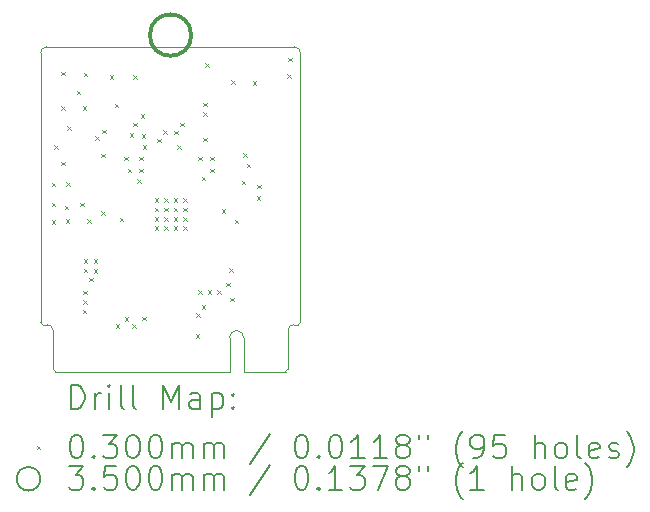
<source format=gbr>
%TF.GenerationSoftware,KiCad,Pcbnew,8.0.4*%
%TF.CreationDate,2024-09-25T00:09:03+05:30*%
%TF.ProjectId,NYSM.2_TMC2209_Stepper_driver,4e59534d-2e32-45f5-944d-43323230395f,rev?*%
%TF.SameCoordinates,Original*%
%TF.FileFunction,Drillmap*%
%TF.FilePolarity,Positive*%
%FSLAX45Y45*%
G04 Gerber Fmt 4.5, Leading zero omitted, Abs format (unit mm)*
G04 Created by KiCad (PCBNEW 8.0.4) date 2024-09-25 00:09:03*
%MOMM*%
%LPD*%
G01*
G04 APERTURE LIST*
%ADD10C,0.050000*%
%ADD11C,0.200000*%
%ADD12C,0.100000*%
%ADD13C,0.350000*%
G04 APERTURE END LIST*
D10*
X13378000Y-10390000D02*
X13378000Y-12670000D01*
X13398000Y-12690000D02*
X13433000Y-12690000D01*
X13483000Y-12740000D02*
X13483000Y-13070000D01*
X13503000Y-13090000D02*
X14978000Y-13090000D01*
X14978000Y-12800000D02*
X14978000Y-13090000D01*
X15098000Y-12800000D02*
X15098000Y-13090000D01*
X15098000Y-13090000D02*
X15453000Y-13090000D01*
X15473000Y-13070000D02*
X15473000Y-12740000D01*
X15523000Y-12690000D02*
X15558000Y-12690000D01*
X15528000Y-10340000D02*
X13428000Y-10340000D01*
X15578000Y-12670000D02*
X15578000Y-10390000D01*
X13378000Y-10390000D02*
G75*
G02*
X13428000Y-10340000I50000J0D01*
G01*
X13398000Y-12690000D02*
G75*
G02*
X13378000Y-12670000I0J20000D01*
G01*
X13433000Y-12690000D02*
G75*
G02*
X13483000Y-12740000I0J-50000D01*
G01*
X13503000Y-13090000D02*
G75*
G02*
X13483000Y-13070000I0J20000D01*
G01*
X14978000Y-12800000D02*
G75*
G02*
X15038000Y-12740000I60000J0D01*
G01*
X15038000Y-12740000D02*
G75*
G02*
X15098000Y-12800000I0J-60000D01*
G01*
X15473000Y-12740000D02*
G75*
G02*
X15523000Y-12690000I50000J0D01*
G01*
X15473000Y-13070000D02*
G75*
G02*
X15453000Y-13090000I-20000J0D01*
G01*
X15528000Y-10340000D02*
G75*
G02*
X15578000Y-10390000I0J-50000D01*
G01*
X15578000Y-12670000D02*
G75*
G02*
X15558000Y-12690000I-20000J0D01*
G01*
D11*
D12*
X13474140Y-11489920D02*
X13504140Y-11519920D01*
X13504140Y-11489920D02*
X13474140Y-11519920D01*
X13474140Y-11659920D02*
X13504140Y-11689920D01*
X13504140Y-11659920D02*
X13474140Y-11689920D01*
X13474140Y-11804920D02*
X13504140Y-11834920D01*
X13504140Y-11804920D02*
X13474140Y-11834920D01*
X13494140Y-11169920D02*
X13524140Y-11199920D01*
X13524140Y-11169920D02*
X13494140Y-11199920D01*
X13554140Y-10549920D02*
X13584140Y-10579920D01*
X13584140Y-10549920D02*
X13554140Y-10579920D01*
X13554140Y-10839920D02*
X13584140Y-10869920D01*
X13584140Y-10839920D02*
X13554140Y-10869920D01*
X13554140Y-11312920D02*
X13584140Y-11342920D01*
X13584140Y-11312920D02*
X13554140Y-11342920D01*
X13584140Y-11684920D02*
X13614140Y-11714920D01*
X13614140Y-11684920D02*
X13584140Y-11714920D01*
X13589140Y-11799920D02*
X13619140Y-11829920D01*
X13619140Y-11799920D02*
X13589140Y-11829920D01*
X13594140Y-11484920D02*
X13624140Y-11514920D01*
X13624140Y-11484920D02*
X13594140Y-11514920D01*
X13604140Y-11009920D02*
X13634140Y-11039920D01*
X13634140Y-11009920D02*
X13604140Y-11039920D01*
X13684140Y-10709920D02*
X13714140Y-10739920D01*
X13714140Y-10709920D02*
X13684140Y-10739920D01*
X13711640Y-11659920D02*
X13741640Y-11689920D01*
X13741640Y-11659920D02*
X13711640Y-11689920D01*
X13734140Y-10839920D02*
X13764140Y-10869920D01*
X13764140Y-10839920D02*
X13734140Y-10869920D01*
X13734140Y-12564920D02*
X13764140Y-12594920D01*
X13764140Y-12564920D02*
X13734140Y-12594920D01*
X13739140Y-12404920D02*
X13769140Y-12434920D01*
X13769140Y-12404920D02*
X13739140Y-12434920D01*
X13739140Y-12484920D02*
X13769140Y-12514920D01*
X13769140Y-12484920D02*
X13739140Y-12514920D01*
X13744140Y-10559920D02*
X13774140Y-10589920D01*
X13774140Y-10559920D02*
X13744140Y-10589920D01*
X13745140Y-12135920D02*
X13775140Y-12165920D01*
X13775140Y-12135920D02*
X13745140Y-12165920D01*
X13745140Y-12216920D02*
X13775140Y-12246920D01*
X13775140Y-12216920D02*
X13745140Y-12246920D01*
X13775140Y-11799920D02*
X13805140Y-11829920D01*
X13805140Y-11799920D02*
X13775140Y-11829920D01*
X13788140Y-12292920D02*
X13818140Y-12322920D01*
X13818140Y-12292920D02*
X13788140Y-12322920D01*
X13828140Y-12135920D02*
X13858140Y-12165920D01*
X13858140Y-12135920D02*
X13828140Y-12165920D01*
X13828140Y-12219920D02*
X13858140Y-12249920D01*
X13858140Y-12219920D02*
X13828140Y-12249920D01*
X13841140Y-11095920D02*
X13871140Y-11125920D01*
X13871140Y-11095920D02*
X13841140Y-11125920D01*
X13889140Y-11244920D02*
X13919140Y-11274920D01*
X13919140Y-11244920D02*
X13889140Y-11274920D01*
X13890140Y-11729920D02*
X13920140Y-11759920D01*
X13920140Y-11729920D02*
X13890140Y-11759920D01*
X13897709Y-11039351D02*
X13927709Y-11069351D01*
X13927709Y-11039351D02*
X13897709Y-11069351D01*
X13964140Y-10579920D02*
X13994140Y-10609920D01*
X13994140Y-10579920D02*
X13964140Y-10609920D01*
X14004140Y-10819920D02*
X14034140Y-10849920D01*
X14034140Y-10819920D02*
X14004140Y-10849920D01*
X14014140Y-12687920D02*
X14044140Y-12717920D01*
X14044140Y-12687920D02*
X14014140Y-12717920D01*
X14047468Y-11785160D02*
X14077468Y-11815160D01*
X14077468Y-11785160D02*
X14047468Y-11815160D01*
X14084140Y-11269920D02*
X14114140Y-11299920D01*
X14114140Y-11269920D02*
X14084140Y-11299920D01*
X14089140Y-12626920D02*
X14119140Y-12656920D01*
X14119140Y-12626920D02*
X14089140Y-12656920D01*
X14114140Y-11369920D02*
X14144140Y-11399920D01*
X14144140Y-11369920D02*
X14114140Y-11399920D01*
X14134140Y-11069920D02*
X14164140Y-11099920D01*
X14164140Y-11069920D02*
X14134140Y-11099920D01*
X14156140Y-12688920D02*
X14186140Y-12718920D01*
X14186140Y-12688920D02*
X14156140Y-12718920D01*
X14164140Y-10578920D02*
X14194140Y-10608920D01*
X14194140Y-10578920D02*
X14164140Y-10608920D01*
X14164140Y-10979920D02*
X14194140Y-11009920D01*
X14194140Y-10979920D02*
X14164140Y-11009920D01*
X14194140Y-11459920D02*
X14224140Y-11489920D01*
X14224140Y-11459920D02*
X14194140Y-11489920D01*
X14214140Y-11269920D02*
X14244140Y-11299920D01*
X14244140Y-11269920D02*
X14214140Y-11299920D01*
X14214140Y-11369920D02*
X14244140Y-11399920D01*
X14244140Y-11369920D02*
X14214140Y-11399920D01*
X14224140Y-10909920D02*
X14254140Y-10939920D01*
X14254140Y-10909920D02*
X14224140Y-10939920D01*
X14235140Y-11077920D02*
X14265140Y-11107920D01*
X14265140Y-11077920D02*
X14235140Y-11107920D01*
X14239140Y-12622920D02*
X14269140Y-12652920D01*
X14269140Y-12622920D02*
X14239140Y-12652920D01*
X14244140Y-11173420D02*
X14274140Y-11203420D01*
X14274140Y-11173420D02*
X14244140Y-11203420D01*
X14344140Y-11619920D02*
X14374140Y-11649920D01*
X14374140Y-11619920D02*
X14344140Y-11649920D01*
X14344140Y-11699920D02*
X14374140Y-11729920D01*
X14374140Y-11699920D02*
X14344140Y-11729920D01*
X14344140Y-11779920D02*
X14374140Y-11809920D01*
X14374140Y-11779920D02*
X14344140Y-11809920D01*
X14344140Y-11859920D02*
X14374140Y-11889920D01*
X14374140Y-11859920D02*
X14344140Y-11889920D01*
X14365140Y-11115920D02*
X14395140Y-11145920D01*
X14395140Y-11115920D02*
X14365140Y-11145920D01*
X14417140Y-11045920D02*
X14447140Y-11075920D01*
X14447140Y-11045920D02*
X14417140Y-11075920D01*
X14424140Y-11619920D02*
X14454140Y-11649920D01*
X14454140Y-11619920D02*
X14424140Y-11649920D01*
X14424140Y-11699920D02*
X14454140Y-11729920D01*
X14454140Y-11699920D02*
X14424140Y-11729920D01*
X14424140Y-11779920D02*
X14454140Y-11809920D01*
X14454140Y-11779920D02*
X14424140Y-11809920D01*
X14424140Y-11859920D02*
X14454140Y-11889920D01*
X14454140Y-11859920D02*
X14424140Y-11889920D01*
X14504140Y-11619920D02*
X14534140Y-11649920D01*
X14534140Y-11619920D02*
X14504140Y-11649920D01*
X14504140Y-11699920D02*
X14534140Y-11729920D01*
X14534140Y-11699920D02*
X14504140Y-11729920D01*
X14504140Y-11779920D02*
X14534140Y-11809920D01*
X14534140Y-11779920D02*
X14504140Y-11809920D01*
X14504140Y-11859920D02*
X14534140Y-11889920D01*
X14534140Y-11859920D02*
X14504140Y-11889920D01*
X14509140Y-11047920D02*
X14539140Y-11077920D01*
X14539140Y-11047920D02*
X14509140Y-11077920D01*
X14536140Y-11173920D02*
X14566140Y-11203920D01*
X14566140Y-11173920D02*
X14536140Y-11203920D01*
X14562140Y-10981920D02*
X14592140Y-11011920D01*
X14592140Y-10981920D02*
X14562140Y-11011920D01*
X14584140Y-11619920D02*
X14614140Y-11649920D01*
X14614140Y-11619920D02*
X14584140Y-11649920D01*
X14584140Y-11699920D02*
X14614140Y-11729920D01*
X14614140Y-11699920D02*
X14584140Y-11729920D01*
X14584140Y-11779920D02*
X14614140Y-11809920D01*
X14614140Y-11779920D02*
X14584140Y-11809920D01*
X14584140Y-11859920D02*
X14614140Y-11889920D01*
X14614140Y-11859920D02*
X14584140Y-11889920D01*
X14690500Y-12772245D02*
X14720500Y-12802245D01*
X14720500Y-12772245D02*
X14690500Y-12802245D01*
X14694640Y-12594496D02*
X14724640Y-12624496D01*
X14724640Y-12594496D02*
X14694640Y-12624496D01*
X14714140Y-11269920D02*
X14744140Y-11299920D01*
X14744140Y-11269920D02*
X14714140Y-11299920D01*
X14714140Y-12399920D02*
X14744140Y-12429920D01*
X14744140Y-12399920D02*
X14714140Y-12429920D01*
X14742140Y-12524920D02*
X14772140Y-12554920D01*
X14772140Y-12524920D02*
X14742140Y-12554920D01*
X14744140Y-11439920D02*
X14774140Y-11469920D01*
X14774140Y-11439920D02*
X14744140Y-11469920D01*
X14753140Y-11108920D02*
X14783140Y-11138920D01*
X14783140Y-11108920D02*
X14753140Y-11138920D01*
X14755140Y-10813920D02*
X14785140Y-10843920D01*
X14785140Y-10813920D02*
X14755140Y-10843920D01*
X14755140Y-10893920D02*
X14785140Y-10923920D01*
X14785140Y-10893920D02*
X14755140Y-10923920D01*
X14774140Y-10479920D02*
X14804140Y-10509920D01*
X14804140Y-10479920D02*
X14774140Y-10509920D01*
X14794140Y-12399920D02*
X14824140Y-12429920D01*
X14824140Y-12399920D02*
X14794140Y-12429920D01*
X14812140Y-11370920D02*
X14842140Y-11400920D01*
X14842140Y-11370920D02*
X14812140Y-11400920D01*
X14814140Y-11269920D02*
X14844140Y-11299920D01*
X14844140Y-11269920D02*
X14814140Y-11299920D01*
X14874140Y-12399920D02*
X14904140Y-12429920D01*
X14904140Y-12399920D02*
X14874140Y-12429920D01*
X14912140Y-11714920D02*
X14942140Y-11744920D01*
X14942140Y-11714920D02*
X14912140Y-11744920D01*
X14951224Y-12335201D02*
X14981224Y-12365201D01*
X14981224Y-12335201D02*
X14951224Y-12365201D01*
X14974140Y-12214920D02*
X15004140Y-12244920D01*
X15004140Y-12214920D02*
X14974140Y-12244920D01*
X14984140Y-12464920D02*
X15014140Y-12494920D01*
X15014140Y-12464920D02*
X14984140Y-12494920D01*
X14994140Y-10619920D02*
X15024140Y-10649920D01*
X15024140Y-10619920D02*
X14994140Y-10649920D01*
X15023140Y-11803920D02*
X15053140Y-11833920D01*
X15053140Y-11803920D02*
X15023140Y-11833920D01*
X15082140Y-11471169D02*
X15112140Y-11501169D01*
X15112140Y-11471169D02*
X15082140Y-11501169D01*
X15094140Y-11239920D02*
X15124140Y-11269920D01*
X15124140Y-11239920D02*
X15094140Y-11269920D01*
X15123640Y-11329920D02*
X15153640Y-11359920D01*
X15153640Y-11329920D02*
X15123640Y-11359920D01*
X15174140Y-10629920D02*
X15204140Y-10659920D01*
X15204140Y-10629920D02*
X15174140Y-10659920D01*
X15206140Y-11603920D02*
X15236140Y-11633920D01*
X15236140Y-11603920D02*
X15206140Y-11633920D01*
X15214140Y-11507920D02*
X15244140Y-11537920D01*
X15244140Y-11507920D02*
X15214140Y-11537920D01*
X15464140Y-10569920D02*
X15494140Y-10599920D01*
X15494140Y-10569920D02*
X15464140Y-10599920D01*
X15474140Y-10429920D02*
X15504140Y-10459920D01*
X15504140Y-10429920D02*
X15474140Y-10459920D01*
D13*
X14653000Y-10240000D02*
G75*
G02*
X14303000Y-10240000I-175000J0D01*
G01*
X14303000Y-10240000D02*
G75*
G02*
X14653000Y-10240000I175000J0D01*
G01*
D11*
X13636277Y-13403984D02*
X13636277Y-13203984D01*
X13636277Y-13203984D02*
X13683896Y-13203984D01*
X13683896Y-13203984D02*
X13712467Y-13213508D01*
X13712467Y-13213508D02*
X13731515Y-13232555D01*
X13731515Y-13232555D02*
X13741039Y-13251603D01*
X13741039Y-13251603D02*
X13750562Y-13289698D01*
X13750562Y-13289698D02*
X13750562Y-13318269D01*
X13750562Y-13318269D02*
X13741039Y-13356365D01*
X13741039Y-13356365D02*
X13731515Y-13375412D01*
X13731515Y-13375412D02*
X13712467Y-13394460D01*
X13712467Y-13394460D02*
X13683896Y-13403984D01*
X13683896Y-13403984D02*
X13636277Y-13403984D01*
X13836277Y-13403984D02*
X13836277Y-13270650D01*
X13836277Y-13308746D02*
X13845801Y-13289698D01*
X13845801Y-13289698D02*
X13855324Y-13280174D01*
X13855324Y-13280174D02*
X13874372Y-13270650D01*
X13874372Y-13270650D02*
X13893420Y-13270650D01*
X13960086Y-13403984D02*
X13960086Y-13270650D01*
X13960086Y-13203984D02*
X13950562Y-13213508D01*
X13950562Y-13213508D02*
X13960086Y-13223031D01*
X13960086Y-13223031D02*
X13969610Y-13213508D01*
X13969610Y-13213508D02*
X13960086Y-13203984D01*
X13960086Y-13203984D02*
X13960086Y-13223031D01*
X14083896Y-13403984D02*
X14064848Y-13394460D01*
X14064848Y-13394460D02*
X14055324Y-13375412D01*
X14055324Y-13375412D02*
X14055324Y-13203984D01*
X14188658Y-13403984D02*
X14169610Y-13394460D01*
X14169610Y-13394460D02*
X14160086Y-13375412D01*
X14160086Y-13375412D02*
X14160086Y-13203984D01*
X14417229Y-13403984D02*
X14417229Y-13203984D01*
X14417229Y-13203984D02*
X14483896Y-13346841D01*
X14483896Y-13346841D02*
X14550562Y-13203984D01*
X14550562Y-13203984D02*
X14550562Y-13403984D01*
X14731515Y-13403984D02*
X14731515Y-13299222D01*
X14731515Y-13299222D02*
X14721991Y-13280174D01*
X14721991Y-13280174D02*
X14702943Y-13270650D01*
X14702943Y-13270650D02*
X14664848Y-13270650D01*
X14664848Y-13270650D02*
X14645801Y-13280174D01*
X14731515Y-13394460D02*
X14712467Y-13403984D01*
X14712467Y-13403984D02*
X14664848Y-13403984D01*
X14664848Y-13403984D02*
X14645801Y-13394460D01*
X14645801Y-13394460D02*
X14636277Y-13375412D01*
X14636277Y-13375412D02*
X14636277Y-13356365D01*
X14636277Y-13356365D02*
X14645801Y-13337317D01*
X14645801Y-13337317D02*
X14664848Y-13327793D01*
X14664848Y-13327793D02*
X14712467Y-13327793D01*
X14712467Y-13327793D02*
X14731515Y-13318269D01*
X14826753Y-13270650D02*
X14826753Y-13470650D01*
X14826753Y-13280174D02*
X14845801Y-13270650D01*
X14845801Y-13270650D02*
X14883896Y-13270650D01*
X14883896Y-13270650D02*
X14902943Y-13280174D01*
X14902943Y-13280174D02*
X14912467Y-13289698D01*
X14912467Y-13289698D02*
X14921991Y-13308746D01*
X14921991Y-13308746D02*
X14921991Y-13365888D01*
X14921991Y-13365888D02*
X14912467Y-13384936D01*
X14912467Y-13384936D02*
X14902943Y-13394460D01*
X14902943Y-13394460D02*
X14883896Y-13403984D01*
X14883896Y-13403984D02*
X14845801Y-13403984D01*
X14845801Y-13403984D02*
X14826753Y-13394460D01*
X15007705Y-13384936D02*
X15017229Y-13394460D01*
X15017229Y-13394460D02*
X15007705Y-13403984D01*
X15007705Y-13403984D02*
X14998182Y-13394460D01*
X14998182Y-13394460D02*
X15007705Y-13384936D01*
X15007705Y-13384936D02*
X15007705Y-13403984D01*
X15007705Y-13280174D02*
X15017229Y-13289698D01*
X15017229Y-13289698D02*
X15007705Y-13299222D01*
X15007705Y-13299222D02*
X14998182Y-13289698D01*
X14998182Y-13289698D02*
X15007705Y-13280174D01*
X15007705Y-13280174D02*
X15007705Y-13299222D01*
D12*
X13345500Y-13717500D02*
X13375500Y-13747500D01*
X13375500Y-13717500D02*
X13345500Y-13747500D01*
D11*
X13674372Y-13623984D02*
X13693420Y-13623984D01*
X13693420Y-13623984D02*
X13712467Y-13633508D01*
X13712467Y-13633508D02*
X13721991Y-13643031D01*
X13721991Y-13643031D02*
X13731515Y-13662079D01*
X13731515Y-13662079D02*
X13741039Y-13700174D01*
X13741039Y-13700174D02*
X13741039Y-13747793D01*
X13741039Y-13747793D02*
X13731515Y-13785888D01*
X13731515Y-13785888D02*
X13721991Y-13804936D01*
X13721991Y-13804936D02*
X13712467Y-13814460D01*
X13712467Y-13814460D02*
X13693420Y-13823984D01*
X13693420Y-13823984D02*
X13674372Y-13823984D01*
X13674372Y-13823984D02*
X13655324Y-13814460D01*
X13655324Y-13814460D02*
X13645801Y-13804936D01*
X13645801Y-13804936D02*
X13636277Y-13785888D01*
X13636277Y-13785888D02*
X13626753Y-13747793D01*
X13626753Y-13747793D02*
X13626753Y-13700174D01*
X13626753Y-13700174D02*
X13636277Y-13662079D01*
X13636277Y-13662079D02*
X13645801Y-13643031D01*
X13645801Y-13643031D02*
X13655324Y-13633508D01*
X13655324Y-13633508D02*
X13674372Y-13623984D01*
X13826753Y-13804936D02*
X13836277Y-13814460D01*
X13836277Y-13814460D02*
X13826753Y-13823984D01*
X13826753Y-13823984D02*
X13817229Y-13814460D01*
X13817229Y-13814460D02*
X13826753Y-13804936D01*
X13826753Y-13804936D02*
X13826753Y-13823984D01*
X13902943Y-13623984D02*
X14026753Y-13623984D01*
X14026753Y-13623984D02*
X13960086Y-13700174D01*
X13960086Y-13700174D02*
X13988658Y-13700174D01*
X13988658Y-13700174D02*
X14007705Y-13709698D01*
X14007705Y-13709698D02*
X14017229Y-13719222D01*
X14017229Y-13719222D02*
X14026753Y-13738269D01*
X14026753Y-13738269D02*
X14026753Y-13785888D01*
X14026753Y-13785888D02*
X14017229Y-13804936D01*
X14017229Y-13804936D02*
X14007705Y-13814460D01*
X14007705Y-13814460D02*
X13988658Y-13823984D01*
X13988658Y-13823984D02*
X13931515Y-13823984D01*
X13931515Y-13823984D02*
X13912467Y-13814460D01*
X13912467Y-13814460D02*
X13902943Y-13804936D01*
X14150562Y-13623984D02*
X14169610Y-13623984D01*
X14169610Y-13623984D02*
X14188658Y-13633508D01*
X14188658Y-13633508D02*
X14198182Y-13643031D01*
X14198182Y-13643031D02*
X14207705Y-13662079D01*
X14207705Y-13662079D02*
X14217229Y-13700174D01*
X14217229Y-13700174D02*
X14217229Y-13747793D01*
X14217229Y-13747793D02*
X14207705Y-13785888D01*
X14207705Y-13785888D02*
X14198182Y-13804936D01*
X14198182Y-13804936D02*
X14188658Y-13814460D01*
X14188658Y-13814460D02*
X14169610Y-13823984D01*
X14169610Y-13823984D02*
X14150562Y-13823984D01*
X14150562Y-13823984D02*
X14131515Y-13814460D01*
X14131515Y-13814460D02*
X14121991Y-13804936D01*
X14121991Y-13804936D02*
X14112467Y-13785888D01*
X14112467Y-13785888D02*
X14102943Y-13747793D01*
X14102943Y-13747793D02*
X14102943Y-13700174D01*
X14102943Y-13700174D02*
X14112467Y-13662079D01*
X14112467Y-13662079D02*
X14121991Y-13643031D01*
X14121991Y-13643031D02*
X14131515Y-13633508D01*
X14131515Y-13633508D02*
X14150562Y-13623984D01*
X14341039Y-13623984D02*
X14360086Y-13623984D01*
X14360086Y-13623984D02*
X14379134Y-13633508D01*
X14379134Y-13633508D02*
X14388658Y-13643031D01*
X14388658Y-13643031D02*
X14398182Y-13662079D01*
X14398182Y-13662079D02*
X14407705Y-13700174D01*
X14407705Y-13700174D02*
X14407705Y-13747793D01*
X14407705Y-13747793D02*
X14398182Y-13785888D01*
X14398182Y-13785888D02*
X14388658Y-13804936D01*
X14388658Y-13804936D02*
X14379134Y-13814460D01*
X14379134Y-13814460D02*
X14360086Y-13823984D01*
X14360086Y-13823984D02*
X14341039Y-13823984D01*
X14341039Y-13823984D02*
X14321991Y-13814460D01*
X14321991Y-13814460D02*
X14312467Y-13804936D01*
X14312467Y-13804936D02*
X14302943Y-13785888D01*
X14302943Y-13785888D02*
X14293420Y-13747793D01*
X14293420Y-13747793D02*
X14293420Y-13700174D01*
X14293420Y-13700174D02*
X14302943Y-13662079D01*
X14302943Y-13662079D02*
X14312467Y-13643031D01*
X14312467Y-13643031D02*
X14321991Y-13633508D01*
X14321991Y-13633508D02*
X14341039Y-13623984D01*
X14493420Y-13823984D02*
X14493420Y-13690650D01*
X14493420Y-13709698D02*
X14502943Y-13700174D01*
X14502943Y-13700174D02*
X14521991Y-13690650D01*
X14521991Y-13690650D02*
X14550563Y-13690650D01*
X14550563Y-13690650D02*
X14569610Y-13700174D01*
X14569610Y-13700174D02*
X14579134Y-13719222D01*
X14579134Y-13719222D02*
X14579134Y-13823984D01*
X14579134Y-13719222D02*
X14588658Y-13700174D01*
X14588658Y-13700174D02*
X14607705Y-13690650D01*
X14607705Y-13690650D02*
X14636277Y-13690650D01*
X14636277Y-13690650D02*
X14655324Y-13700174D01*
X14655324Y-13700174D02*
X14664848Y-13719222D01*
X14664848Y-13719222D02*
X14664848Y-13823984D01*
X14760086Y-13823984D02*
X14760086Y-13690650D01*
X14760086Y-13709698D02*
X14769610Y-13700174D01*
X14769610Y-13700174D02*
X14788658Y-13690650D01*
X14788658Y-13690650D02*
X14817229Y-13690650D01*
X14817229Y-13690650D02*
X14836277Y-13700174D01*
X14836277Y-13700174D02*
X14845801Y-13719222D01*
X14845801Y-13719222D02*
X14845801Y-13823984D01*
X14845801Y-13719222D02*
X14855324Y-13700174D01*
X14855324Y-13700174D02*
X14874372Y-13690650D01*
X14874372Y-13690650D02*
X14902943Y-13690650D01*
X14902943Y-13690650D02*
X14921991Y-13700174D01*
X14921991Y-13700174D02*
X14931515Y-13719222D01*
X14931515Y-13719222D02*
X14931515Y-13823984D01*
X15321991Y-13614460D02*
X15150563Y-13871603D01*
X15579134Y-13623984D02*
X15598182Y-13623984D01*
X15598182Y-13623984D02*
X15617229Y-13633508D01*
X15617229Y-13633508D02*
X15626753Y-13643031D01*
X15626753Y-13643031D02*
X15636277Y-13662079D01*
X15636277Y-13662079D02*
X15645801Y-13700174D01*
X15645801Y-13700174D02*
X15645801Y-13747793D01*
X15645801Y-13747793D02*
X15636277Y-13785888D01*
X15636277Y-13785888D02*
X15626753Y-13804936D01*
X15626753Y-13804936D02*
X15617229Y-13814460D01*
X15617229Y-13814460D02*
X15598182Y-13823984D01*
X15598182Y-13823984D02*
X15579134Y-13823984D01*
X15579134Y-13823984D02*
X15560086Y-13814460D01*
X15560086Y-13814460D02*
X15550563Y-13804936D01*
X15550563Y-13804936D02*
X15541039Y-13785888D01*
X15541039Y-13785888D02*
X15531515Y-13747793D01*
X15531515Y-13747793D02*
X15531515Y-13700174D01*
X15531515Y-13700174D02*
X15541039Y-13662079D01*
X15541039Y-13662079D02*
X15550563Y-13643031D01*
X15550563Y-13643031D02*
X15560086Y-13633508D01*
X15560086Y-13633508D02*
X15579134Y-13623984D01*
X15731515Y-13804936D02*
X15741039Y-13814460D01*
X15741039Y-13814460D02*
X15731515Y-13823984D01*
X15731515Y-13823984D02*
X15721991Y-13814460D01*
X15721991Y-13814460D02*
X15731515Y-13804936D01*
X15731515Y-13804936D02*
X15731515Y-13823984D01*
X15864848Y-13623984D02*
X15883896Y-13623984D01*
X15883896Y-13623984D02*
X15902944Y-13633508D01*
X15902944Y-13633508D02*
X15912467Y-13643031D01*
X15912467Y-13643031D02*
X15921991Y-13662079D01*
X15921991Y-13662079D02*
X15931515Y-13700174D01*
X15931515Y-13700174D02*
X15931515Y-13747793D01*
X15931515Y-13747793D02*
X15921991Y-13785888D01*
X15921991Y-13785888D02*
X15912467Y-13804936D01*
X15912467Y-13804936D02*
X15902944Y-13814460D01*
X15902944Y-13814460D02*
X15883896Y-13823984D01*
X15883896Y-13823984D02*
X15864848Y-13823984D01*
X15864848Y-13823984D02*
X15845801Y-13814460D01*
X15845801Y-13814460D02*
X15836277Y-13804936D01*
X15836277Y-13804936D02*
X15826753Y-13785888D01*
X15826753Y-13785888D02*
X15817229Y-13747793D01*
X15817229Y-13747793D02*
X15817229Y-13700174D01*
X15817229Y-13700174D02*
X15826753Y-13662079D01*
X15826753Y-13662079D02*
X15836277Y-13643031D01*
X15836277Y-13643031D02*
X15845801Y-13633508D01*
X15845801Y-13633508D02*
X15864848Y-13623984D01*
X16121991Y-13823984D02*
X16007706Y-13823984D01*
X16064848Y-13823984D02*
X16064848Y-13623984D01*
X16064848Y-13623984D02*
X16045801Y-13652555D01*
X16045801Y-13652555D02*
X16026753Y-13671603D01*
X16026753Y-13671603D02*
X16007706Y-13681127D01*
X16312467Y-13823984D02*
X16198182Y-13823984D01*
X16255325Y-13823984D02*
X16255325Y-13623984D01*
X16255325Y-13623984D02*
X16236277Y-13652555D01*
X16236277Y-13652555D02*
X16217229Y-13671603D01*
X16217229Y-13671603D02*
X16198182Y-13681127D01*
X16426753Y-13709698D02*
X16407706Y-13700174D01*
X16407706Y-13700174D02*
X16398182Y-13690650D01*
X16398182Y-13690650D02*
X16388658Y-13671603D01*
X16388658Y-13671603D02*
X16388658Y-13662079D01*
X16388658Y-13662079D02*
X16398182Y-13643031D01*
X16398182Y-13643031D02*
X16407706Y-13633508D01*
X16407706Y-13633508D02*
X16426753Y-13623984D01*
X16426753Y-13623984D02*
X16464848Y-13623984D01*
X16464848Y-13623984D02*
X16483896Y-13633508D01*
X16483896Y-13633508D02*
X16493420Y-13643031D01*
X16493420Y-13643031D02*
X16502944Y-13662079D01*
X16502944Y-13662079D02*
X16502944Y-13671603D01*
X16502944Y-13671603D02*
X16493420Y-13690650D01*
X16493420Y-13690650D02*
X16483896Y-13700174D01*
X16483896Y-13700174D02*
X16464848Y-13709698D01*
X16464848Y-13709698D02*
X16426753Y-13709698D01*
X16426753Y-13709698D02*
X16407706Y-13719222D01*
X16407706Y-13719222D02*
X16398182Y-13728746D01*
X16398182Y-13728746D02*
X16388658Y-13747793D01*
X16388658Y-13747793D02*
X16388658Y-13785888D01*
X16388658Y-13785888D02*
X16398182Y-13804936D01*
X16398182Y-13804936D02*
X16407706Y-13814460D01*
X16407706Y-13814460D02*
X16426753Y-13823984D01*
X16426753Y-13823984D02*
X16464848Y-13823984D01*
X16464848Y-13823984D02*
X16483896Y-13814460D01*
X16483896Y-13814460D02*
X16493420Y-13804936D01*
X16493420Y-13804936D02*
X16502944Y-13785888D01*
X16502944Y-13785888D02*
X16502944Y-13747793D01*
X16502944Y-13747793D02*
X16493420Y-13728746D01*
X16493420Y-13728746D02*
X16483896Y-13719222D01*
X16483896Y-13719222D02*
X16464848Y-13709698D01*
X16579134Y-13623984D02*
X16579134Y-13662079D01*
X16655325Y-13623984D02*
X16655325Y-13662079D01*
X16950563Y-13900174D02*
X16941039Y-13890650D01*
X16941039Y-13890650D02*
X16921991Y-13862079D01*
X16921991Y-13862079D02*
X16912468Y-13843031D01*
X16912468Y-13843031D02*
X16902944Y-13814460D01*
X16902944Y-13814460D02*
X16893420Y-13766841D01*
X16893420Y-13766841D02*
X16893420Y-13728746D01*
X16893420Y-13728746D02*
X16902944Y-13681127D01*
X16902944Y-13681127D02*
X16912468Y-13652555D01*
X16912468Y-13652555D02*
X16921991Y-13633508D01*
X16921991Y-13633508D02*
X16941039Y-13604936D01*
X16941039Y-13604936D02*
X16950563Y-13595412D01*
X17036277Y-13823984D02*
X17074372Y-13823984D01*
X17074372Y-13823984D02*
X17093420Y-13814460D01*
X17093420Y-13814460D02*
X17102944Y-13804936D01*
X17102944Y-13804936D02*
X17121991Y-13776365D01*
X17121991Y-13776365D02*
X17131515Y-13738269D01*
X17131515Y-13738269D02*
X17131515Y-13662079D01*
X17131515Y-13662079D02*
X17121991Y-13643031D01*
X17121991Y-13643031D02*
X17112468Y-13633508D01*
X17112468Y-13633508D02*
X17093420Y-13623984D01*
X17093420Y-13623984D02*
X17055325Y-13623984D01*
X17055325Y-13623984D02*
X17036277Y-13633508D01*
X17036277Y-13633508D02*
X17026753Y-13643031D01*
X17026753Y-13643031D02*
X17017230Y-13662079D01*
X17017230Y-13662079D02*
X17017230Y-13709698D01*
X17017230Y-13709698D02*
X17026753Y-13728746D01*
X17026753Y-13728746D02*
X17036277Y-13738269D01*
X17036277Y-13738269D02*
X17055325Y-13747793D01*
X17055325Y-13747793D02*
X17093420Y-13747793D01*
X17093420Y-13747793D02*
X17112468Y-13738269D01*
X17112468Y-13738269D02*
X17121991Y-13728746D01*
X17121991Y-13728746D02*
X17131515Y-13709698D01*
X17312468Y-13623984D02*
X17217230Y-13623984D01*
X17217230Y-13623984D02*
X17207706Y-13719222D01*
X17207706Y-13719222D02*
X17217230Y-13709698D01*
X17217230Y-13709698D02*
X17236277Y-13700174D01*
X17236277Y-13700174D02*
X17283896Y-13700174D01*
X17283896Y-13700174D02*
X17302944Y-13709698D01*
X17302944Y-13709698D02*
X17312468Y-13719222D01*
X17312468Y-13719222D02*
X17321991Y-13738269D01*
X17321991Y-13738269D02*
X17321991Y-13785888D01*
X17321991Y-13785888D02*
X17312468Y-13804936D01*
X17312468Y-13804936D02*
X17302944Y-13814460D01*
X17302944Y-13814460D02*
X17283896Y-13823984D01*
X17283896Y-13823984D02*
X17236277Y-13823984D01*
X17236277Y-13823984D02*
X17217230Y-13814460D01*
X17217230Y-13814460D02*
X17207706Y-13804936D01*
X17560087Y-13823984D02*
X17560087Y-13623984D01*
X17645801Y-13823984D02*
X17645801Y-13719222D01*
X17645801Y-13719222D02*
X17636277Y-13700174D01*
X17636277Y-13700174D02*
X17617230Y-13690650D01*
X17617230Y-13690650D02*
X17588658Y-13690650D01*
X17588658Y-13690650D02*
X17569611Y-13700174D01*
X17569611Y-13700174D02*
X17560087Y-13709698D01*
X17769611Y-13823984D02*
X17750563Y-13814460D01*
X17750563Y-13814460D02*
X17741039Y-13804936D01*
X17741039Y-13804936D02*
X17731515Y-13785888D01*
X17731515Y-13785888D02*
X17731515Y-13728746D01*
X17731515Y-13728746D02*
X17741039Y-13709698D01*
X17741039Y-13709698D02*
X17750563Y-13700174D01*
X17750563Y-13700174D02*
X17769611Y-13690650D01*
X17769611Y-13690650D02*
X17798182Y-13690650D01*
X17798182Y-13690650D02*
X17817230Y-13700174D01*
X17817230Y-13700174D02*
X17826753Y-13709698D01*
X17826753Y-13709698D02*
X17836277Y-13728746D01*
X17836277Y-13728746D02*
X17836277Y-13785888D01*
X17836277Y-13785888D02*
X17826753Y-13804936D01*
X17826753Y-13804936D02*
X17817230Y-13814460D01*
X17817230Y-13814460D02*
X17798182Y-13823984D01*
X17798182Y-13823984D02*
X17769611Y-13823984D01*
X17950563Y-13823984D02*
X17931515Y-13814460D01*
X17931515Y-13814460D02*
X17921992Y-13795412D01*
X17921992Y-13795412D02*
X17921992Y-13623984D01*
X18102944Y-13814460D02*
X18083896Y-13823984D01*
X18083896Y-13823984D02*
X18045801Y-13823984D01*
X18045801Y-13823984D02*
X18026753Y-13814460D01*
X18026753Y-13814460D02*
X18017230Y-13795412D01*
X18017230Y-13795412D02*
X18017230Y-13719222D01*
X18017230Y-13719222D02*
X18026753Y-13700174D01*
X18026753Y-13700174D02*
X18045801Y-13690650D01*
X18045801Y-13690650D02*
X18083896Y-13690650D01*
X18083896Y-13690650D02*
X18102944Y-13700174D01*
X18102944Y-13700174D02*
X18112468Y-13719222D01*
X18112468Y-13719222D02*
X18112468Y-13738269D01*
X18112468Y-13738269D02*
X18017230Y-13757317D01*
X18188658Y-13814460D02*
X18207706Y-13823984D01*
X18207706Y-13823984D02*
X18245801Y-13823984D01*
X18245801Y-13823984D02*
X18264849Y-13814460D01*
X18264849Y-13814460D02*
X18274373Y-13795412D01*
X18274373Y-13795412D02*
X18274373Y-13785888D01*
X18274373Y-13785888D02*
X18264849Y-13766841D01*
X18264849Y-13766841D02*
X18245801Y-13757317D01*
X18245801Y-13757317D02*
X18217230Y-13757317D01*
X18217230Y-13757317D02*
X18198182Y-13747793D01*
X18198182Y-13747793D02*
X18188658Y-13728746D01*
X18188658Y-13728746D02*
X18188658Y-13719222D01*
X18188658Y-13719222D02*
X18198182Y-13700174D01*
X18198182Y-13700174D02*
X18217230Y-13690650D01*
X18217230Y-13690650D02*
X18245801Y-13690650D01*
X18245801Y-13690650D02*
X18264849Y-13700174D01*
X18341039Y-13900174D02*
X18350563Y-13890650D01*
X18350563Y-13890650D02*
X18369611Y-13862079D01*
X18369611Y-13862079D02*
X18379134Y-13843031D01*
X18379134Y-13843031D02*
X18388658Y-13814460D01*
X18388658Y-13814460D02*
X18398182Y-13766841D01*
X18398182Y-13766841D02*
X18398182Y-13728746D01*
X18398182Y-13728746D02*
X18388658Y-13681127D01*
X18388658Y-13681127D02*
X18379134Y-13652555D01*
X18379134Y-13652555D02*
X18369611Y-13633508D01*
X18369611Y-13633508D02*
X18350563Y-13604936D01*
X18350563Y-13604936D02*
X18341039Y-13595412D01*
X13375500Y-13996500D02*
G75*
G02*
X13175500Y-13996500I-100000J0D01*
G01*
X13175500Y-13996500D02*
G75*
G02*
X13375500Y-13996500I100000J0D01*
G01*
X13617229Y-13887984D02*
X13741039Y-13887984D01*
X13741039Y-13887984D02*
X13674372Y-13964174D01*
X13674372Y-13964174D02*
X13702943Y-13964174D01*
X13702943Y-13964174D02*
X13721991Y-13973698D01*
X13721991Y-13973698D02*
X13731515Y-13983222D01*
X13731515Y-13983222D02*
X13741039Y-14002269D01*
X13741039Y-14002269D02*
X13741039Y-14049888D01*
X13741039Y-14049888D02*
X13731515Y-14068936D01*
X13731515Y-14068936D02*
X13721991Y-14078460D01*
X13721991Y-14078460D02*
X13702943Y-14087984D01*
X13702943Y-14087984D02*
X13645801Y-14087984D01*
X13645801Y-14087984D02*
X13626753Y-14078460D01*
X13626753Y-14078460D02*
X13617229Y-14068936D01*
X13826753Y-14068936D02*
X13836277Y-14078460D01*
X13836277Y-14078460D02*
X13826753Y-14087984D01*
X13826753Y-14087984D02*
X13817229Y-14078460D01*
X13817229Y-14078460D02*
X13826753Y-14068936D01*
X13826753Y-14068936D02*
X13826753Y-14087984D01*
X14017229Y-13887984D02*
X13921991Y-13887984D01*
X13921991Y-13887984D02*
X13912467Y-13983222D01*
X13912467Y-13983222D02*
X13921991Y-13973698D01*
X13921991Y-13973698D02*
X13941039Y-13964174D01*
X13941039Y-13964174D02*
X13988658Y-13964174D01*
X13988658Y-13964174D02*
X14007705Y-13973698D01*
X14007705Y-13973698D02*
X14017229Y-13983222D01*
X14017229Y-13983222D02*
X14026753Y-14002269D01*
X14026753Y-14002269D02*
X14026753Y-14049888D01*
X14026753Y-14049888D02*
X14017229Y-14068936D01*
X14017229Y-14068936D02*
X14007705Y-14078460D01*
X14007705Y-14078460D02*
X13988658Y-14087984D01*
X13988658Y-14087984D02*
X13941039Y-14087984D01*
X13941039Y-14087984D02*
X13921991Y-14078460D01*
X13921991Y-14078460D02*
X13912467Y-14068936D01*
X14150562Y-13887984D02*
X14169610Y-13887984D01*
X14169610Y-13887984D02*
X14188658Y-13897508D01*
X14188658Y-13897508D02*
X14198182Y-13907031D01*
X14198182Y-13907031D02*
X14207705Y-13926079D01*
X14207705Y-13926079D02*
X14217229Y-13964174D01*
X14217229Y-13964174D02*
X14217229Y-14011793D01*
X14217229Y-14011793D02*
X14207705Y-14049888D01*
X14207705Y-14049888D02*
X14198182Y-14068936D01*
X14198182Y-14068936D02*
X14188658Y-14078460D01*
X14188658Y-14078460D02*
X14169610Y-14087984D01*
X14169610Y-14087984D02*
X14150562Y-14087984D01*
X14150562Y-14087984D02*
X14131515Y-14078460D01*
X14131515Y-14078460D02*
X14121991Y-14068936D01*
X14121991Y-14068936D02*
X14112467Y-14049888D01*
X14112467Y-14049888D02*
X14102943Y-14011793D01*
X14102943Y-14011793D02*
X14102943Y-13964174D01*
X14102943Y-13964174D02*
X14112467Y-13926079D01*
X14112467Y-13926079D02*
X14121991Y-13907031D01*
X14121991Y-13907031D02*
X14131515Y-13897508D01*
X14131515Y-13897508D02*
X14150562Y-13887984D01*
X14341039Y-13887984D02*
X14360086Y-13887984D01*
X14360086Y-13887984D02*
X14379134Y-13897508D01*
X14379134Y-13897508D02*
X14388658Y-13907031D01*
X14388658Y-13907031D02*
X14398182Y-13926079D01*
X14398182Y-13926079D02*
X14407705Y-13964174D01*
X14407705Y-13964174D02*
X14407705Y-14011793D01*
X14407705Y-14011793D02*
X14398182Y-14049888D01*
X14398182Y-14049888D02*
X14388658Y-14068936D01*
X14388658Y-14068936D02*
X14379134Y-14078460D01*
X14379134Y-14078460D02*
X14360086Y-14087984D01*
X14360086Y-14087984D02*
X14341039Y-14087984D01*
X14341039Y-14087984D02*
X14321991Y-14078460D01*
X14321991Y-14078460D02*
X14312467Y-14068936D01*
X14312467Y-14068936D02*
X14302943Y-14049888D01*
X14302943Y-14049888D02*
X14293420Y-14011793D01*
X14293420Y-14011793D02*
X14293420Y-13964174D01*
X14293420Y-13964174D02*
X14302943Y-13926079D01*
X14302943Y-13926079D02*
X14312467Y-13907031D01*
X14312467Y-13907031D02*
X14321991Y-13897508D01*
X14321991Y-13897508D02*
X14341039Y-13887984D01*
X14493420Y-14087984D02*
X14493420Y-13954650D01*
X14493420Y-13973698D02*
X14502943Y-13964174D01*
X14502943Y-13964174D02*
X14521991Y-13954650D01*
X14521991Y-13954650D02*
X14550563Y-13954650D01*
X14550563Y-13954650D02*
X14569610Y-13964174D01*
X14569610Y-13964174D02*
X14579134Y-13983222D01*
X14579134Y-13983222D02*
X14579134Y-14087984D01*
X14579134Y-13983222D02*
X14588658Y-13964174D01*
X14588658Y-13964174D02*
X14607705Y-13954650D01*
X14607705Y-13954650D02*
X14636277Y-13954650D01*
X14636277Y-13954650D02*
X14655324Y-13964174D01*
X14655324Y-13964174D02*
X14664848Y-13983222D01*
X14664848Y-13983222D02*
X14664848Y-14087984D01*
X14760086Y-14087984D02*
X14760086Y-13954650D01*
X14760086Y-13973698D02*
X14769610Y-13964174D01*
X14769610Y-13964174D02*
X14788658Y-13954650D01*
X14788658Y-13954650D02*
X14817229Y-13954650D01*
X14817229Y-13954650D02*
X14836277Y-13964174D01*
X14836277Y-13964174D02*
X14845801Y-13983222D01*
X14845801Y-13983222D02*
X14845801Y-14087984D01*
X14845801Y-13983222D02*
X14855324Y-13964174D01*
X14855324Y-13964174D02*
X14874372Y-13954650D01*
X14874372Y-13954650D02*
X14902943Y-13954650D01*
X14902943Y-13954650D02*
X14921991Y-13964174D01*
X14921991Y-13964174D02*
X14931515Y-13983222D01*
X14931515Y-13983222D02*
X14931515Y-14087984D01*
X15321991Y-13878460D02*
X15150563Y-14135603D01*
X15579134Y-13887984D02*
X15598182Y-13887984D01*
X15598182Y-13887984D02*
X15617229Y-13897508D01*
X15617229Y-13897508D02*
X15626753Y-13907031D01*
X15626753Y-13907031D02*
X15636277Y-13926079D01*
X15636277Y-13926079D02*
X15645801Y-13964174D01*
X15645801Y-13964174D02*
X15645801Y-14011793D01*
X15645801Y-14011793D02*
X15636277Y-14049888D01*
X15636277Y-14049888D02*
X15626753Y-14068936D01*
X15626753Y-14068936D02*
X15617229Y-14078460D01*
X15617229Y-14078460D02*
X15598182Y-14087984D01*
X15598182Y-14087984D02*
X15579134Y-14087984D01*
X15579134Y-14087984D02*
X15560086Y-14078460D01*
X15560086Y-14078460D02*
X15550563Y-14068936D01*
X15550563Y-14068936D02*
X15541039Y-14049888D01*
X15541039Y-14049888D02*
X15531515Y-14011793D01*
X15531515Y-14011793D02*
X15531515Y-13964174D01*
X15531515Y-13964174D02*
X15541039Y-13926079D01*
X15541039Y-13926079D02*
X15550563Y-13907031D01*
X15550563Y-13907031D02*
X15560086Y-13897508D01*
X15560086Y-13897508D02*
X15579134Y-13887984D01*
X15731515Y-14068936D02*
X15741039Y-14078460D01*
X15741039Y-14078460D02*
X15731515Y-14087984D01*
X15731515Y-14087984D02*
X15721991Y-14078460D01*
X15721991Y-14078460D02*
X15731515Y-14068936D01*
X15731515Y-14068936D02*
X15731515Y-14087984D01*
X15931515Y-14087984D02*
X15817229Y-14087984D01*
X15874372Y-14087984D02*
X15874372Y-13887984D01*
X15874372Y-13887984D02*
X15855325Y-13916555D01*
X15855325Y-13916555D02*
X15836277Y-13935603D01*
X15836277Y-13935603D02*
X15817229Y-13945127D01*
X15998182Y-13887984D02*
X16121991Y-13887984D01*
X16121991Y-13887984D02*
X16055325Y-13964174D01*
X16055325Y-13964174D02*
X16083896Y-13964174D01*
X16083896Y-13964174D02*
X16102944Y-13973698D01*
X16102944Y-13973698D02*
X16112467Y-13983222D01*
X16112467Y-13983222D02*
X16121991Y-14002269D01*
X16121991Y-14002269D02*
X16121991Y-14049888D01*
X16121991Y-14049888D02*
X16112467Y-14068936D01*
X16112467Y-14068936D02*
X16102944Y-14078460D01*
X16102944Y-14078460D02*
X16083896Y-14087984D01*
X16083896Y-14087984D02*
X16026753Y-14087984D01*
X16026753Y-14087984D02*
X16007706Y-14078460D01*
X16007706Y-14078460D02*
X15998182Y-14068936D01*
X16188658Y-13887984D02*
X16321991Y-13887984D01*
X16321991Y-13887984D02*
X16236277Y-14087984D01*
X16426753Y-13973698D02*
X16407706Y-13964174D01*
X16407706Y-13964174D02*
X16398182Y-13954650D01*
X16398182Y-13954650D02*
X16388658Y-13935603D01*
X16388658Y-13935603D02*
X16388658Y-13926079D01*
X16388658Y-13926079D02*
X16398182Y-13907031D01*
X16398182Y-13907031D02*
X16407706Y-13897508D01*
X16407706Y-13897508D02*
X16426753Y-13887984D01*
X16426753Y-13887984D02*
X16464848Y-13887984D01*
X16464848Y-13887984D02*
X16483896Y-13897508D01*
X16483896Y-13897508D02*
X16493420Y-13907031D01*
X16493420Y-13907031D02*
X16502944Y-13926079D01*
X16502944Y-13926079D02*
X16502944Y-13935603D01*
X16502944Y-13935603D02*
X16493420Y-13954650D01*
X16493420Y-13954650D02*
X16483896Y-13964174D01*
X16483896Y-13964174D02*
X16464848Y-13973698D01*
X16464848Y-13973698D02*
X16426753Y-13973698D01*
X16426753Y-13973698D02*
X16407706Y-13983222D01*
X16407706Y-13983222D02*
X16398182Y-13992746D01*
X16398182Y-13992746D02*
X16388658Y-14011793D01*
X16388658Y-14011793D02*
X16388658Y-14049888D01*
X16388658Y-14049888D02*
X16398182Y-14068936D01*
X16398182Y-14068936D02*
X16407706Y-14078460D01*
X16407706Y-14078460D02*
X16426753Y-14087984D01*
X16426753Y-14087984D02*
X16464848Y-14087984D01*
X16464848Y-14087984D02*
X16483896Y-14078460D01*
X16483896Y-14078460D02*
X16493420Y-14068936D01*
X16493420Y-14068936D02*
X16502944Y-14049888D01*
X16502944Y-14049888D02*
X16502944Y-14011793D01*
X16502944Y-14011793D02*
X16493420Y-13992746D01*
X16493420Y-13992746D02*
X16483896Y-13983222D01*
X16483896Y-13983222D02*
X16464848Y-13973698D01*
X16579134Y-13887984D02*
X16579134Y-13926079D01*
X16655325Y-13887984D02*
X16655325Y-13926079D01*
X16950563Y-14164174D02*
X16941039Y-14154650D01*
X16941039Y-14154650D02*
X16921991Y-14126079D01*
X16921991Y-14126079D02*
X16912468Y-14107031D01*
X16912468Y-14107031D02*
X16902944Y-14078460D01*
X16902944Y-14078460D02*
X16893420Y-14030841D01*
X16893420Y-14030841D02*
X16893420Y-13992746D01*
X16893420Y-13992746D02*
X16902944Y-13945127D01*
X16902944Y-13945127D02*
X16912468Y-13916555D01*
X16912468Y-13916555D02*
X16921991Y-13897508D01*
X16921991Y-13897508D02*
X16941039Y-13868936D01*
X16941039Y-13868936D02*
X16950563Y-13859412D01*
X17131515Y-14087984D02*
X17017230Y-14087984D01*
X17074372Y-14087984D02*
X17074372Y-13887984D01*
X17074372Y-13887984D02*
X17055325Y-13916555D01*
X17055325Y-13916555D02*
X17036277Y-13935603D01*
X17036277Y-13935603D02*
X17017230Y-13945127D01*
X17369611Y-14087984D02*
X17369611Y-13887984D01*
X17455325Y-14087984D02*
X17455325Y-13983222D01*
X17455325Y-13983222D02*
X17445801Y-13964174D01*
X17445801Y-13964174D02*
X17426753Y-13954650D01*
X17426753Y-13954650D02*
X17398182Y-13954650D01*
X17398182Y-13954650D02*
X17379134Y-13964174D01*
X17379134Y-13964174D02*
X17369611Y-13973698D01*
X17579134Y-14087984D02*
X17560087Y-14078460D01*
X17560087Y-14078460D02*
X17550563Y-14068936D01*
X17550563Y-14068936D02*
X17541039Y-14049888D01*
X17541039Y-14049888D02*
X17541039Y-13992746D01*
X17541039Y-13992746D02*
X17550563Y-13973698D01*
X17550563Y-13973698D02*
X17560087Y-13964174D01*
X17560087Y-13964174D02*
X17579134Y-13954650D01*
X17579134Y-13954650D02*
X17607706Y-13954650D01*
X17607706Y-13954650D02*
X17626753Y-13964174D01*
X17626753Y-13964174D02*
X17636277Y-13973698D01*
X17636277Y-13973698D02*
X17645801Y-13992746D01*
X17645801Y-13992746D02*
X17645801Y-14049888D01*
X17645801Y-14049888D02*
X17636277Y-14068936D01*
X17636277Y-14068936D02*
X17626753Y-14078460D01*
X17626753Y-14078460D02*
X17607706Y-14087984D01*
X17607706Y-14087984D02*
X17579134Y-14087984D01*
X17760087Y-14087984D02*
X17741039Y-14078460D01*
X17741039Y-14078460D02*
X17731515Y-14059412D01*
X17731515Y-14059412D02*
X17731515Y-13887984D01*
X17912468Y-14078460D02*
X17893420Y-14087984D01*
X17893420Y-14087984D02*
X17855325Y-14087984D01*
X17855325Y-14087984D02*
X17836277Y-14078460D01*
X17836277Y-14078460D02*
X17826753Y-14059412D01*
X17826753Y-14059412D02*
X17826753Y-13983222D01*
X17826753Y-13983222D02*
X17836277Y-13964174D01*
X17836277Y-13964174D02*
X17855325Y-13954650D01*
X17855325Y-13954650D02*
X17893420Y-13954650D01*
X17893420Y-13954650D02*
X17912468Y-13964174D01*
X17912468Y-13964174D02*
X17921992Y-13983222D01*
X17921992Y-13983222D02*
X17921992Y-14002269D01*
X17921992Y-14002269D02*
X17826753Y-14021317D01*
X17988658Y-14164174D02*
X17998182Y-14154650D01*
X17998182Y-14154650D02*
X18017230Y-14126079D01*
X18017230Y-14126079D02*
X18026753Y-14107031D01*
X18026753Y-14107031D02*
X18036277Y-14078460D01*
X18036277Y-14078460D02*
X18045801Y-14030841D01*
X18045801Y-14030841D02*
X18045801Y-13992746D01*
X18045801Y-13992746D02*
X18036277Y-13945127D01*
X18036277Y-13945127D02*
X18026753Y-13916555D01*
X18026753Y-13916555D02*
X18017230Y-13897508D01*
X18017230Y-13897508D02*
X17998182Y-13868936D01*
X17998182Y-13868936D02*
X17988658Y-13859412D01*
M02*

</source>
